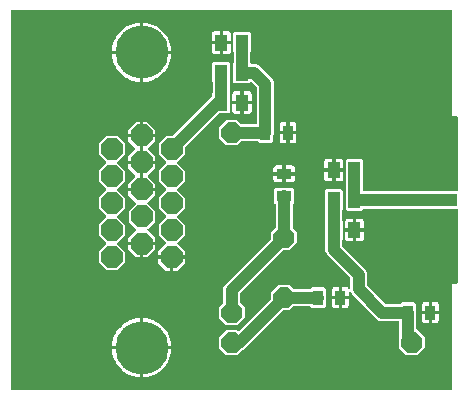
<source format=gtl>
G04 EAGLE Gerber X2 export*
%TF.Part,Single*%
%TF.FileFunction,Copper,L1,Top,Mixed*%
%TF.FilePolarity,Positive*%
%TF.GenerationSoftware,Autodesk,EAGLE,9.0.0*%
%TF.CreationDate,2018-05-04T14:31:41Z*%
G75*
%MOIN*%
%FSLAX34Y34*%
%LPD*%
%AMOC8*
5,1,8,0,0,1.08239X$1,22.5*%
G01*
%ADD10R,0.051181X0.035433*%
%ADD11R,0.035433X0.051181*%
%ADD12P,0.075767X8X292.500000*%
%ADD13P,0.075767X8X22.500000*%
%ADD14R,0.043307X0.055118*%
%ADD15P,0.076705X8X292.500000*%
%ADD16C,0.177165*%
%ADD17R,0.225000X0.041000*%
%ADD18R,0.250000X0.100000*%
%ADD19C,0.023780*%
%ADD20C,0.029685*%
%ADD21C,0.040000*%
%ADD22C,0.041000*%

G36*
X14813Y151D02*
X14813Y151D01*
X14814Y151D01*
X14818Y152D01*
X14822Y152D01*
X14822Y153D01*
X14824Y153D01*
X14827Y155D01*
X14830Y157D01*
X14831Y158D01*
X14832Y158D01*
X14834Y161D01*
X14837Y164D01*
X14837Y165D01*
X14838Y166D01*
X14839Y169D01*
X14840Y173D01*
X14841Y174D01*
X14841Y175D01*
X14841Y180D01*
X14841Y3711D01*
X15000Y3711D01*
X15003Y3711D01*
X15005Y3711D01*
X15008Y3712D01*
X15011Y3712D01*
X15013Y3713D01*
X15016Y3714D01*
X15018Y3716D01*
X15021Y3717D01*
X15023Y3719D01*
X15025Y3720D01*
X15027Y3722D01*
X15030Y3724D01*
X15031Y3726D01*
X15033Y3728D01*
X15034Y3731D01*
X15036Y3733D01*
X15036Y3736D01*
X15037Y3738D01*
X15038Y3741D01*
X15039Y3744D01*
X15039Y3747D01*
X15039Y3750D01*
X15039Y6175D01*
X15039Y6178D01*
X15039Y6180D01*
X15038Y6183D01*
X15038Y6186D01*
X15037Y6188D01*
X15036Y6191D01*
X15034Y6193D01*
X15033Y6196D01*
X15031Y6198D01*
X15030Y6200D01*
X15028Y6202D01*
X15026Y6205D01*
X15024Y6206D01*
X15022Y6208D01*
X15019Y6209D01*
X15017Y6211D01*
X15014Y6211D01*
X15012Y6212D01*
X15009Y6213D01*
X15006Y6214D01*
X15003Y6214D01*
X15000Y6214D01*
X11921Y6214D01*
X11920Y6214D01*
X11919Y6214D01*
X11915Y6213D01*
X11912Y6213D01*
X11911Y6212D01*
X11910Y6212D01*
X11906Y6210D01*
X11903Y6208D01*
X11902Y6207D01*
X11899Y6204D01*
X11897Y6201D01*
X11896Y6200D01*
X11896Y6199D01*
X11894Y6196D01*
X11893Y6192D01*
X11844Y6144D01*
X11345Y6144D01*
X11297Y6191D01*
X11297Y6809D01*
X11305Y6817D01*
X11307Y6820D01*
X11310Y6823D01*
X11310Y6824D01*
X11311Y6825D01*
X11312Y6829D01*
X11313Y6832D01*
X11313Y6833D01*
X11313Y6834D01*
X11313Y6835D01*
X11314Y6838D01*
X11314Y7162D01*
X11313Y7166D01*
X11313Y7170D01*
X11312Y7171D01*
X11312Y7172D01*
X11310Y7175D01*
X11309Y7179D01*
X11308Y7180D01*
X11307Y7181D01*
X11305Y7183D01*
X11297Y7191D01*
X11297Y7809D01*
X11345Y7856D01*
X11844Y7856D01*
X11892Y7809D01*
X11892Y7191D01*
X11884Y7183D01*
X11881Y7180D01*
X11879Y7177D01*
X11879Y7176D01*
X11878Y7175D01*
X11877Y7171D01*
X11876Y7168D01*
X11876Y7167D01*
X11875Y7166D01*
X11876Y7165D01*
X11875Y7162D01*
X11875Y6838D01*
X11876Y6834D01*
X11876Y6830D01*
X11877Y6829D01*
X11877Y6828D01*
X11879Y6825D01*
X11880Y6821D01*
X11881Y6820D01*
X11882Y6819D01*
X11884Y6817D01*
X11893Y6808D01*
X11893Y6806D01*
X11894Y6805D01*
X11894Y6804D01*
X11896Y6800D01*
X11898Y6797D01*
X11899Y6796D01*
X11902Y6793D01*
X11905Y6791D01*
X11906Y6790D01*
X11907Y6790D01*
X11910Y6788D01*
X11914Y6787D01*
X11915Y6787D01*
X11916Y6786D01*
X11921Y6786D01*
X14812Y6786D01*
X15000Y6786D01*
X15003Y6786D01*
X15005Y6786D01*
X15008Y6787D01*
X15011Y6787D01*
X15013Y6788D01*
X15016Y6789D01*
X15018Y6791D01*
X15021Y6792D01*
X15023Y6794D01*
X15025Y6795D01*
X15027Y6797D01*
X15030Y6799D01*
X15031Y6801D01*
X15033Y6803D01*
X15034Y6806D01*
X15036Y6808D01*
X15036Y6811D01*
X15037Y6813D01*
X15038Y6816D01*
X15039Y6819D01*
X15039Y6822D01*
X15039Y6825D01*
X15039Y9250D01*
X15039Y9253D01*
X15039Y9255D01*
X15038Y9258D01*
X15038Y9261D01*
X15037Y9263D01*
X15036Y9266D01*
X15034Y9268D01*
X15033Y9271D01*
X15031Y9273D01*
X15030Y9275D01*
X15028Y9277D01*
X15026Y9280D01*
X15024Y9281D01*
X15022Y9283D01*
X15019Y9284D01*
X15017Y9286D01*
X15014Y9286D01*
X15012Y9287D01*
X15009Y9288D01*
X15006Y9289D01*
X15003Y9289D01*
X15000Y9289D01*
X14841Y9289D01*
X14841Y12815D01*
X14841Y12816D01*
X14841Y12817D01*
X14840Y12821D01*
X14840Y12825D01*
X14839Y12825D01*
X14839Y12826D01*
X14837Y12830D01*
X14835Y12833D01*
X14835Y12834D01*
X14834Y12835D01*
X14831Y12837D01*
X14828Y12839D01*
X14827Y12840D01*
X14826Y12841D01*
X14823Y12842D01*
X14820Y12843D01*
X14819Y12843D01*
X14818Y12844D01*
X14812Y12844D01*
X180Y12844D01*
X179Y12844D01*
X178Y12844D01*
X174Y12843D01*
X171Y12843D01*
X170Y12842D01*
X169Y12842D01*
X165Y12840D01*
X162Y12838D01*
X161Y12837D01*
X158Y12834D01*
X156Y12831D01*
X155Y12830D01*
X155Y12829D01*
X153Y12826D01*
X152Y12823D01*
X152Y12821D01*
X151Y12820D01*
X151Y12815D01*
X151Y180D01*
X151Y179D01*
X151Y178D01*
X152Y174D01*
X152Y171D01*
X153Y170D01*
X153Y169D01*
X155Y165D01*
X157Y162D01*
X158Y161D01*
X161Y158D01*
X164Y156D01*
X165Y155D01*
X166Y155D01*
X169Y153D01*
X173Y152D01*
X174Y152D01*
X175Y151D01*
X180Y151D01*
X14812Y151D01*
X14813Y151D01*
G37*
%LPC*%
G36*
X5499Y4598D02*
X5499Y4598D01*
X5499Y4628D01*
X5499Y4629D01*
X5499Y4631D01*
X5498Y4634D01*
X5498Y4638D01*
X5497Y4639D01*
X5497Y4640D01*
X5495Y4643D01*
X5493Y4646D01*
X5492Y4647D01*
X5492Y4648D01*
X5489Y4650D01*
X5486Y4653D01*
X5485Y4653D01*
X5484Y4654D01*
X5481Y4655D01*
X5477Y4657D01*
X5476Y4657D01*
X5475Y4657D01*
X5470Y4658D01*
X5045Y4658D01*
X5045Y4787D01*
X5301Y5043D01*
X5301Y5044D01*
X5302Y5044D01*
X5304Y5047D01*
X5306Y5050D01*
X5307Y5051D01*
X5307Y5052D01*
X5308Y5056D01*
X5309Y5060D01*
X5309Y5061D01*
X5309Y5062D01*
X5309Y5065D01*
X5309Y5069D01*
X5308Y5070D01*
X5308Y5071D01*
X5307Y5075D01*
X5305Y5078D01*
X5305Y5079D01*
X5304Y5080D01*
X5301Y5084D01*
X5065Y5320D01*
X5065Y5680D01*
X5315Y5930D01*
X5315Y5931D01*
X5316Y5932D01*
X5318Y5935D01*
X5320Y5938D01*
X5321Y5939D01*
X5321Y5940D01*
X5322Y5943D01*
X5323Y5947D01*
X5323Y5948D01*
X5323Y5949D01*
X5323Y5953D01*
X5323Y5957D01*
X5322Y5958D01*
X5322Y5959D01*
X5321Y5962D01*
X5319Y5966D01*
X5318Y5967D01*
X5315Y5971D01*
X5065Y6221D01*
X5065Y6582D01*
X5315Y6832D01*
X5315Y6833D01*
X5316Y6833D01*
X5318Y6836D01*
X5320Y6839D01*
X5321Y6840D01*
X5321Y6841D01*
X5322Y6845D01*
X5323Y6849D01*
X5323Y6850D01*
X5323Y6851D01*
X5323Y6854D01*
X5323Y6858D01*
X5322Y6859D01*
X5322Y6860D01*
X5321Y6864D01*
X5319Y6867D01*
X5319Y6868D01*
X5318Y6869D01*
X5315Y6873D01*
X5065Y7123D01*
X5065Y7483D01*
X5315Y7733D01*
X5315Y7734D01*
X5316Y7735D01*
X5318Y7738D01*
X5320Y7741D01*
X5321Y7742D01*
X5321Y7743D01*
X5322Y7747D01*
X5323Y7750D01*
X5323Y7751D01*
X5323Y7752D01*
X5323Y7756D01*
X5323Y7760D01*
X5322Y7761D01*
X5322Y7762D01*
X5321Y7765D01*
X5319Y7769D01*
X5319Y7770D01*
X5318Y7770D01*
X5315Y7775D01*
X5065Y8025D01*
X5065Y8385D01*
X5320Y8640D01*
X5526Y8640D01*
X5530Y8640D01*
X5534Y8641D01*
X5535Y8641D01*
X5539Y8643D01*
X5542Y8645D01*
X5543Y8646D01*
X5544Y8646D01*
X5544Y8647D01*
X5547Y8648D01*
X6850Y9951D01*
X6852Y9955D01*
X6854Y9958D01*
X6855Y9959D01*
X6856Y9963D01*
X6858Y9967D01*
X6858Y9968D01*
X6858Y9969D01*
X6858Y9972D01*
X6858Y10059D01*
X6866Y10067D01*
X6869Y10070D01*
X6871Y10073D01*
X6871Y10074D01*
X6872Y10075D01*
X6873Y10079D01*
X6874Y10082D01*
X6874Y10083D01*
X6875Y10084D01*
X6874Y10085D01*
X6875Y10088D01*
X6875Y10412D01*
X6874Y10416D01*
X6874Y10420D01*
X6873Y10421D01*
X6873Y10422D01*
X6871Y10425D01*
X6870Y10429D01*
X6869Y10430D01*
X6868Y10431D01*
X6866Y10433D01*
X6858Y10441D01*
X6858Y11059D01*
X6906Y11106D01*
X7405Y11106D01*
X7453Y11059D01*
X7453Y10441D01*
X7445Y10433D01*
X7443Y10430D01*
X7440Y10427D01*
X7440Y10426D01*
X7439Y10425D01*
X7438Y10421D01*
X7437Y10418D01*
X7437Y10417D01*
X7437Y10416D01*
X7437Y10415D01*
X7436Y10412D01*
X7436Y10088D01*
X7437Y10084D01*
X7437Y10080D01*
X7438Y10079D01*
X7438Y10078D01*
X7440Y10075D01*
X7441Y10071D01*
X7442Y10070D01*
X7443Y10069D01*
X7445Y10067D01*
X7453Y10059D01*
X7453Y9441D01*
X7405Y9394D01*
X7098Y9394D01*
X7094Y9393D01*
X7090Y9393D01*
X7089Y9392D01*
X7085Y9390D01*
X7082Y9389D01*
X7081Y9388D01*
X7080Y9388D01*
X7080Y9387D01*
X7077Y9385D01*
X5944Y8251D01*
X5941Y8248D01*
X5939Y8245D01*
X5939Y8244D01*
X5938Y8244D01*
X5937Y8240D01*
X5936Y8236D01*
X5935Y8235D01*
X5935Y8234D01*
X5935Y8231D01*
X5935Y8025D01*
X5685Y7775D01*
X5685Y7774D01*
X5684Y7773D01*
X5682Y7770D01*
X5680Y7767D01*
X5679Y7766D01*
X5679Y7765D01*
X5678Y7761D01*
X5677Y7758D01*
X5677Y7757D01*
X5677Y7756D01*
X5677Y7752D01*
X5677Y7748D01*
X5678Y7747D01*
X5678Y7746D01*
X5679Y7743D01*
X5681Y7739D01*
X5681Y7738D01*
X5682Y7737D01*
X5685Y7733D01*
X5935Y7483D01*
X5935Y7123D01*
X5685Y6873D01*
X5685Y6872D01*
X5684Y6872D01*
X5682Y6868D01*
X5680Y6865D01*
X5679Y6864D01*
X5679Y6863D01*
X5678Y6860D01*
X5677Y6856D01*
X5677Y6855D01*
X5677Y6854D01*
X5677Y6850D01*
X5677Y6847D01*
X5678Y6846D01*
X5678Y6845D01*
X5679Y6841D01*
X5681Y6838D01*
X5681Y6837D01*
X5682Y6836D01*
X5685Y6832D01*
X5935Y6582D01*
X5935Y6221D01*
X5685Y5971D01*
X5684Y5970D01*
X5682Y5967D01*
X5680Y5964D01*
X5679Y5963D01*
X5679Y5962D01*
X5678Y5958D01*
X5677Y5955D01*
X5677Y5953D01*
X5677Y5952D01*
X5677Y5949D01*
X5677Y5945D01*
X5678Y5944D01*
X5678Y5943D01*
X5679Y5940D01*
X5681Y5936D01*
X5681Y5935D01*
X5682Y5934D01*
X5685Y5930D01*
X5935Y5680D01*
X5935Y5320D01*
X5699Y5084D01*
X5699Y5083D01*
X5698Y5083D01*
X5696Y5079D01*
X5694Y5076D01*
X5693Y5075D01*
X5693Y5074D01*
X5692Y5071D01*
X5691Y5067D01*
X5691Y5066D01*
X5691Y5065D01*
X5691Y5061D01*
X5691Y5058D01*
X5692Y5057D01*
X5692Y5055D01*
X5693Y5052D01*
X5695Y5049D01*
X5695Y5048D01*
X5696Y5047D01*
X5699Y5043D01*
X5955Y4787D01*
X5955Y4658D01*
X5530Y4658D01*
X5529Y4658D01*
X5528Y4658D01*
X5524Y4657D01*
X5521Y4656D01*
X5520Y4656D01*
X5519Y4655D01*
X5515Y4653D01*
X5512Y4652D01*
X5511Y4651D01*
X5511Y4650D01*
X5508Y4647D01*
X5506Y4645D01*
X5505Y4644D01*
X5505Y4643D01*
X5503Y4639D01*
X5502Y4636D01*
X5502Y4635D01*
X5501Y4634D01*
X5501Y4628D01*
X5501Y4598D01*
X5499Y4598D01*
G37*
%LPD*%
%LPC*%
G36*
X13322Y1319D02*
X13322Y1319D01*
X13069Y1572D01*
X13069Y1928D01*
X13087Y1946D01*
X13089Y1949D01*
X13091Y1952D01*
X13092Y1953D01*
X13092Y1954D01*
X13093Y1957D01*
X13095Y1961D01*
X13095Y1962D01*
X13095Y1963D01*
X13095Y1964D01*
X13095Y1967D01*
X13095Y2440D01*
X13095Y2441D01*
X13095Y2442D01*
X13094Y2446D01*
X13094Y2449D01*
X13093Y2450D01*
X13093Y2451D01*
X13091Y2455D01*
X13089Y2458D01*
X13088Y2459D01*
X13085Y2462D01*
X13082Y2464D01*
X13081Y2465D01*
X13080Y2465D01*
X13077Y2467D01*
X13073Y2468D01*
X13072Y2468D01*
X13071Y2469D01*
X13066Y2469D01*
X12451Y2469D01*
X12348Y2512D01*
X11502Y3358D01*
X11458Y3464D01*
X11456Y3467D01*
X11454Y3471D01*
X11453Y3472D01*
X11450Y3475D01*
X11447Y3477D01*
X11446Y3478D01*
X11442Y3480D01*
X11439Y3481D01*
X11438Y3481D01*
X11437Y3482D01*
X11433Y3482D01*
X11429Y3482D01*
X11428Y3482D01*
X11427Y3482D01*
X11424Y3481D01*
X11420Y3480D01*
X11419Y3479D01*
X11418Y3479D01*
X11415Y3477D01*
X11412Y3475D01*
X11411Y3474D01*
X11410Y3473D01*
X11408Y3470D01*
X11406Y3467D01*
X11405Y3466D01*
X11404Y3462D01*
X11402Y3458D01*
X11402Y3457D01*
X11402Y3456D01*
X11402Y3455D01*
X11402Y3453D01*
X11402Y3309D01*
X11183Y3309D01*
X11183Y3607D01*
X11314Y3607D01*
X11340Y3600D01*
X11363Y3587D01*
X11382Y3568D01*
X11395Y3545D01*
X11402Y3520D01*
X11402Y3519D01*
X11402Y3518D01*
X11404Y3515D01*
X11406Y3511D01*
X11406Y3510D01*
X11407Y3510D01*
X11410Y3507D01*
X11412Y3504D01*
X11413Y3504D01*
X11414Y3503D01*
X11417Y3501D01*
X11421Y3500D01*
X11422Y3500D01*
X11423Y3499D01*
X11426Y3499D01*
X11430Y3498D01*
X11431Y3498D01*
X11432Y3498D01*
X11436Y3499D01*
X11440Y3500D01*
X11441Y3500D01*
X11445Y3503D01*
X11448Y3504D01*
X11449Y3505D01*
X11449Y3506D01*
X11452Y3509D01*
X11454Y3511D01*
X11455Y3512D01*
X11455Y3513D01*
X11457Y3517D01*
X11458Y3520D01*
X11458Y3521D01*
X11459Y3522D01*
X11459Y3527D01*
X11459Y3882D01*
X11459Y3886D01*
X11458Y3889D01*
X11458Y3890D01*
X11458Y3891D01*
X11456Y3895D01*
X11454Y3898D01*
X11453Y3899D01*
X11453Y3900D01*
X11451Y3902D01*
X10668Y4685D01*
X10625Y4789D01*
X10625Y5162D01*
X10624Y5166D01*
X10624Y5170D01*
X10623Y5171D01*
X10623Y5172D01*
X10621Y5175D01*
X10620Y5179D01*
X10619Y5180D01*
X10618Y5181D01*
X10616Y5183D01*
X10608Y5191D01*
X10608Y5809D01*
X10616Y5817D01*
X10619Y5820D01*
X10621Y5823D01*
X10621Y5824D01*
X10622Y5825D01*
X10623Y5829D01*
X10624Y5832D01*
X10624Y5833D01*
X10625Y5834D01*
X10624Y5835D01*
X10625Y5838D01*
X10625Y6162D01*
X10624Y6166D01*
X10624Y6170D01*
X10623Y6171D01*
X10623Y6172D01*
X10621Y6175D01*
X10620Y6179D01*
X10619Y6180D01*
X10618Y6181D01*
X10616Y6183D01*
X10608Y6191D01*
X10608Y6809D01*
X10656Y6856D01*
X11155Y6856D01*
X11203Y6809D01*
X11203Y6191D01*
X11195Y6183D01*
X11193Y6180D01*
X11190Y6177D01*
X11190Y6176D01*
X11189Y6175D01*
X11188Y6171D01*
X11187Y6168D01*
X11187Y6167D01*
X11187Y6166D01*
X11187Y6165D01*
X11186Y6162D01*
X11186Y5838D01*
X11187Y5834D01*
X11187Y5830D01*
X11188Y5829D01*
X11188Y5828D01*
X11190Y5825D01*
X11191Y5821D01*
X11192Y5820D01*
X11193Y5819D01*
X11195Y5817D01*
X11203Y5809D01*
X11203Y5191D01*
X11195Y5183D01*
X11193Y5180D01*
X11190Y5177D01*
X11190Y5176D01*
X11189Y5175D01*
X11188Y5171D01*
X11187Y5168D01*
X11187Y5167D01*
X11187Y5166D01*
X11187Y5165D01*
X11186Y5162D01*
X11186Y4973D01*
X11187Y4969D01*
X11187Y4965D01*
X11188Y4964D01*
X11188Y4963D01*
X11190Y4960D01*
X11191Y4956D01*
X11192Y4956D01*
X11192Y4955D01*
X11193Y4954D01*
X11195Y4952D01*
X11978Y4169D01*
X12021Y4066D01*
X12021Y3646D01*
X12021Y3642D01*
X12022Y3638D01*
X12022Y3637D01*
X12022Y3636D01*
X12024Y3633D01*
X12026Y3629D01*
X12027Y3628D01*
X12027Y3627D01*
X12029Y3625D01*
X12615Y3039D01*
X12618Y3037D01*
X12621Y3035D01*
X12622Y3034D01*
X12623Y3034D01*
X12627Y3033D01*
X12630Y3031D01*
X12631Y3031D01*
X12632Y3031D01*
X12633Y3031D01*
X12636Y3031D01*
X13097Y3031D01*
X13101Y3031D01*
X13105Y3032D01*
X13106Y3032D01*
X13107Y3032D01*
X13110Y3034D01*
X13114Y3036D01*
X13115Y3037D01*
X13116Y3037D01*
X13118Y3039D01*
X13165Y3087D01*
X13587Y3087D01*
X13634Y3039D01*
X13634Y2867D01*
X13634Y2864D01*
X13635Y2861D01*
X13635Y2858D01*
X13635Y2857D01*
X13636Y2857D01*
X13636Y2856D01*
X13657Y2806D01*
X13657Y2210D01*
X13657Y2209D01*
X13657Y2208D01*
X13658Y2204D01*
X13658Y2201D01*
X13659Y2200D01*
X13659Y2199D01*
X13661Y2195D01*
X13663Y2192D01*
X13664Y2191D01*
X13667Y2188D01*
X13670Y2186D01*
X13671Y2185D01*
X13672Y2185D01*
X13675Y2183D01*
X13677Y2183D01*
X13931Y1928D01*
X13931Y1572D01*
X13678Y1319D01*
X13322Y1319D01*
G37*
%LPD*%
%LPC*%
G36*
X7322Y2319D02*
X7322Y2319D01*
X7069Y2572D01*
X7069Y2928D01*
X7211Y3070D01*
X7213Y3073D01*
X7215Y3076D01*
X7216Y3077D01*
X7216Y3078D01*
X7217Y3081D01*
X7219Y3085D01*
X7219Y3086D01*
X7219Y3087D01*
X7219Y3088D01*
X7219Y3091D01*
X7219Y3556D01*
X7262Y3659D01*
X8811Y5208D01*
X8813Y5211D01*
X8815Y5214D01*
X8816Y5215D01*
X8816Y5216D01*
X8817Y5219D01*
X8819Y5223D01*
X8819Y5224D01*
X8819Y5225D01*
X8819Y5228D01*
X8819Y5428D01*
X8961Y5570D01*
X8963Y5573D01*
X8965Y5576D01*
X8966Y5577D01*
X8966Y5578D01*
X8967Y5581D01*
X8968Y5583D01*
X8968Y5584D01*
X8969Y5585D01*
X8969Y5586D01*
X8969Y5587D01*
X8969Y5588D01*
X8969Y5591D01*
X8969Y6347D01*
X8969Y6351D01*
X8968Y6355D01*
X8968Y6356D01*
X8968Y6357D01*
X8966Y6360D01*
X8964Y6364D01*
X8963Y6365D01*
X8963Y6366D01*
X8961Y6368D01*
X8913Y6415D01*
X8913Y6837D01*
X8961Y6884D01*
X9133Y6884D01*
X9136Y6884D01*
X9139Y6885D01*
X9142Y6885D01*
X9143Y6885D01*
X9143Y6886D01*
X9144Y6886D01*
X9194Y6907D01*
X9306Y6907D01*
X9356Y6886D01*
X9359Y6885D01*
X9361Y6884D01*
X9364Y6884D01*
X9365Y6884D01*
X9366Y6884D01*
X9367Y6884D01*
X9539Y6884D01*
X9587Y6837D01*
X9587Y6415D01*
X9539Y6368D01*
X9537Y6365D01*
X9535Y6362D01*
X9534Y6361D01*
X9534Y6360D01*
X9533Y6356D01*
X9531Y6353D01*
X9531Y6352D01*
X9531Y6351D01*
X9531Y6350D01*
X9531Y6347D01*
X9531Y5591D01*
X9531Y5590D01*
X9531Y5589D01*
X9531Y5587D01*
X9532Y5583D01*
X9532Y5582D01*
X9532Y5581D01*
X9534Y5578D01*
X9536Y5574D01*
X9537Y5573D01*
X9537Y5572D01*
X9539Y5570D01*
X9681Y5428D01*
X9681Y5072D01*
X9428Y4819D01*
X9228Y4819D01*
X9224Y4819D01*
X9221Y4818D01*
X9220Y4818D01*
X9219Y4818D01*
X9215Y4816D01*
X9212Y4814D01*
X9211Y4813D01*
X9210Y4813D01*
X9208Y4811D01*
X7789Y3392D01*
X7787Y3389D01*
X7785Y3386D01*
X7784Y3385D01*
X7784Y3384D01*
X7783Y3381D01*
X7781Y3377D01*
X7781Y3376D01*
X7781Y3375D01*
X7781Y3372D01*
X7781Y3091D01*
X7781Y3087D01*
X7782Y3083D01*
X7782Y3082D01*
X7782Y3081D01*
X7784Y3078D01*
X7786Y3074D01*
X7787Y3073D01*
X7787Y3072D01*
X7789Y3070D01*
X7931Y2928D01*
X7931Y2572D01*
X7678Y2319D01*
X7322Y2319D01*
G37*
%LPD*%
%LPC*%
G36*
X7322Y8319D02*
X7322Y8319D01*
X7069Y8572D01*
X7069Y8928D01*
X7322Y9181D01*
X7678Y9181D01*
X7820Y9039D01*
X7823Y9037D01*
X7826Y9035D01*
X7827Y9034D01*
X7828Y9034D01*
X7831Y9033D01*
X7835Y9031D01*
X7836Y9031D01*
X7837Y9031D01*
X7838Y9031D01*
X7841Y9031D01*
X8316Y9031D01*
X8317Y9031D01*
X8318Y9031D01*
X8322Y9032D01*
X8325Y9032D01*
X8326Y9033D01*
X8327Y9033D01*
X8331Y9035D01*
X8334Y9037D01*
X8335Y9038D01*
X8338Y9041D01*
X8340Y9044D01*
X8341Y9045D01*
X8341Y9046D01*
X8343Y9049D01*
X8344Y9053D01*
X8344Y9054D01*
X8345Y9055D01*
X8345Y9060D01*
X8345Y10246D01*
X8345Y10250D01*
X8344Y10253D01*
X8344Y10254D01*
X8344Y10255D01*
X8342Y10259D01*
X8340Y10262D01*
X8339Y10263D01*
X8339Y10264D01*
X8337Y10266D01*
X8173Y10430D01*
X8172Y10431D01*
X8171Y10432D01*
X8168Y10434D01*
X8165Y10436D01*
X8164Y10436D01*
X8163Y10437D01*
X8159Y10438D01*
X8156Y10439D01*
X8155Y10439D01*
X8154Y10439D01*
X8150Y10439D01*
X8146Y10438D01*
X8145Y10438D01*
X8144Y10438D01*
X8141Y10436D01*
X8137Y10435D01*
X8136Y10434D01*
X8135Y10434D01*
X8131Y10430D01*
X8094Y10394D01*
X7595Y10394D01*
X7547Y10441D01*
X7547Y11059D01*
X7555Y11067D01*
X7557Y11070D01*
X7560Y11073D01*
X7560Y11074D01*
X7561Y11075D01*
X7562Y11079D01*
X7563Y11082D01*
X7563Y11083D01*
X7563Y11084D01*
X7563Y11085D01*
X7564Y11088D01*
X7564Y11412D01*
X7564Y11413D01*
X7564Y11414D01*
X7563Y11416D01*
X7563Y11420D01*
X7562Y11421D01*
X7562Y11422D01*
X7561Y11423D01*
X7561Y11424D01*
X7560Y11425D01*
X7559Y11429D01*
X7558Y11430D01*
X7557Y11431D01*
X7555Y11433D01*
X7547Y11441D01*
X7547Y12059D01*
X7595Y12106D01*
X8094Y12106D01*
X8142Y12059D01*
X8142Y11441D01*
X8134Y11433D01*
X8131Y11430D01*
X8129Y11427D01*
X8129Y11426D01*
X8128Y11425D01*
X8127Y11421D01*
X8127Y11420D01*
X8126Y11419D01*
X8126Y11418D01*
X8126Y11417D01*
X8125Y11416D01*
X8126Y11415D01*
X8125Y11412D01*
X8125Y11088D01*
X8126Y11084D01*
X8126Y11080D01*
X8127Y11079D01*
X8127Y11078D01*
X8129Y11075D01*
X8130Y11071D01*
X8131Y11070D01*
X8132Y11069D01*
X8134Y11067D01*
X8142Y11059D01*
X8142Y11058D01*
X8143Y11054D01*
X8143Y11051D01*
X8144Y11050D01*
X8144Y11049D01*
X8146Y11045D01*
X8148Y11042D01*
X8149Y11041D01*
X8152Y11038D01*
X8155Y11036D01*
X8156Y11035D01*
X8157Y11035D01*
X8160Y11033D01*
X8164Y11032D01*
X8165Y11032D01*
X8166Y11031D01*
X8171Y11031D01*
X8306Y11031D01*
X8409Y10988D01*
X8864Y10533D01*
X8907Y10430D01*
X8907Y8694D01*
X8886Y8644D01*
X8886Y8642D01*
X8885Y8641D01*
X8885Y8640D01*
X8884Y8639D01*
X8884Y8636D01*
X8884Y8635D01*
X8884Y8634D01*
X8884Y8633D01*
X8884Y8461D01*
X8837Y8413D01*
X8415Y8413D01*
X8368Y8461D01*
X8365Y8463D01*
X8362Y8465D01*
X8361Y8466D01*
X8360Y8466D01*
X8356Y8467D01*
X8353Y8469D01*
X8352Y8469D01*
X8351Y8469D01*
X8350Y8469D01*
X8347Y8469D01*
X7841Y8469D01*
X7837Y8469D01*
X7833Y8468D01*
X7832Y8468D01*
X7831Y8468D01*
X7828Y8466D01*
X7824Y8464D01*
X7823Y8463D01*
X7822Y8463D01*
X7820Y8461D01*
X7678Y8319D01*
X7322Y8319D01*
G37*
%LPD*%
%LPC*%
G36*
X3320Y4163D02*
X3320Y4163D01*
X3065Y4418D01*
X3065Y4779D01*
X3315Y5029D01*
X3316Y5030D01*
X3318Y5033D01*
X3320Y5036D01*
X3321Y5037D01*
X3321Y5038D01*
X3322Y5042D01*
X3323Y5045D01*
X3323Y5047D01*
X3323Y5048D01*
X3323Y5051D01*
X3323Y5055D01*
X3322Y5056D01*
X3322Y5057D01*
X3321Y5060D01*
X3319Y5064D01*
X3319Y5065D01*
X3318Y5066D01*
X3315Y5070D01*
X3065Y5320D01*
X3065Y5680D01*
X3315Y5930D01*
X3315Y5931D01*
X3316Y5932D01*
X3318Y5935D01*
X3320Y5938D01*
X3321Y5939D01*
X3321Y5940D01*
X3322Y5943D01*
X3323Y5947D01*
X3323Y5948D01*
X3323Y5949D01*
X3323Y5953D01*
X3323Y5957D01*
X3322Y5958D01*
X3322Y5959D01*
X3321Y5962D01*
X3319Y5966D01*
X3318Y5967D01*
X3315Y5971D01*
X3065Y6221D01*
X3065Y6582D01*
X3315Y6832D01*
X3315Y6833D01*
X3316Y6833D01*
X3318Y6836D01*
X3320Y6839D01*
X3321Y6840D01*
X3321Y6841D01*
X3322Y6845D01*
X3323Y6849D01*
X3323Y6850D01*
X3323Y6851D01*
X3323Y6854D01*
X3323Y6858D01*
X3322Y6859D01*
X3322Y6860D01*
X3321Y6864D01*
X3319Y6867D01*
X3319Y6868D01*
X3318Y6869D01*
X3315Y6873D01*
X3065Y7123D01*
X3065Y7483D01*
X3315Y7733D01*
X3315Y7734D01*
X3316Y7735D01*
X3318Y7738D01*
X3320Y7741D01*
X3321Y7742D01*
X3321Y7743D01*
X3322Y7747D01*
X3323Y7750D01*
X3323Y7751D01*
X3323Y7752D01*
X3323Y7756D01*
X3323Y7760D01*
X3322Y7761D01*
X3322Y7762D01*
X3321Y7765D01*
X3319Y7769D01*
X3319Y7770D01*
X3318Y7770D01*
X3315Y7775D01*
X3065Y8025D01*
X3065Y8385D01*
X3320Y8640D01*
X3680Y8640D01*
X3935Y8385D01*
X3935Y8025D01*
X3685Y7775D01*
X3685Y7774D01*
X3684Y7773D01*
X3682Y7770D01*
X3680Y7767D01*
X3679Y7766D01*
X3679Y7765D01*
X3678Y7761D01*
X3677Y7758D01*
X3677Y7757D01*
X3677Y7756D01*
X3677Y7752D01*
X3677Y7748D01*
X3678Y7747D01*
X3678Y7746D01*
X3679Y7743D01*
X3681Y7739D01*
X3681Y7738D01*
X3682Y7737D01*
X3685Y7733D01*
X3935Y7483D01*
X3935Y7123D01*
X3685Y6873D01*
X3685Y6872D01*
X3684Y6872D01*
X3682Y6868D01*
X3680Y6865D01*
X3679Y6864D01*
X3679Y6863D01*
X3678Y6860D01*
X3677Y6856D01*
X3677Y6855D01*
X3677Y6854D01*
X3677Y6850D01*
X3677Y6847D01*
X3678Y6846D01*
X3678Y6845D01*
X3679Y6841D01*
X3681Y6838D01*
X3681Y6837D01*
X3682Y6836D01*
X3685Y6832D01*
X3935Y6582D01*
X3935Y6221D01*
X3685Y5971D01*
X3684Y5970D01*
X3682Y5967D01*
X3680Y5964D01*
X3679Y5963D01*
X3679Y5962D01*
X3678Y5958D01*
X3677Y5955D01*
X3677Y5953D01*
X3677Y5952D01*
X3677Y5949D01*
X3677Y5945D01*
X3678Y5944D01*
X3678Y5943D01*
X3679Y5940D01*
X3681Y5936D01*
X3681Y5935D01*
X3682Y5934D01*
X3685Y5930D01*
X3935Y5680D01*
X3935Y5320D01*
X3685Y5070D01*
X3685Y5069D01*
X3684Y5068D01*
X3682Y5065D01*
X3680Y5062D01*
X3679Y5061D01*
X3679Y5060D01*
X3678Y5057D01*
X3677Y5053D01*
X3677Y5052D01*
X3677Y5051D01*
X3677Y5047D01*
X3677Y5043D01*
X3678Y5042D01*
X3678Y5041D01*
X3679Y5038D01*
X3681Y5034D01*
X3682Y5033D01*
X3685Y5029D01*
X3935Y4779D01*
X3935Y4418D01*
X3680Y4163D01*
X3320Y4163D01*
G37*
%LPD*%
%LPC*%
G36*
X7322Y1319D02*
X7322Y1319D01*
X7069Y1572D01*
X7069Y1928D01*
X7322Y2181D01*
X7678Y2181D01*
X7710Y2149D01*
X7711Y2148D01*
X7712Y2147D01*
X7715Y2145D01*
X7718Y2143D01*
X7719Y2143D01*
X7720Y2142D01*
X7724Y2142D01*
X7727Y2140D01*
X7728Y2140D01*
X7729Y2140D01*
X7733Y2141D01*
X7737Y2141D01*
X7738Y2141D01*
X7739Y2141D01*
X7742Y2143D01*
X7746Y2144D01*
X7747Y2145D01*
X7748Y2145D01*
X7752Y2149D01*
X8811Y3208D01*
X8813Y3211D01*
X8815Y3214D01*
X8816Y3215D01*
X8816Y3216D01*
X8817Y3219D01*
X8819Y3223D01*
X8819Y3224D01*
X8819Y3225D01*
X8819Y3228D01*
X8819Y3428D01*
X9072Y3681D01*
X9428Y3681D01*
X9570Y3539D01*
X9573Y3537D01*
X9576Y3535D01*
X9577Y3534D01*
X9578Y3534D01*
X9581Y3533D01*
X9585Y3531D01*
X9586Y3531D01*
X9587Y3531D01*
X9588Y3531D01*
X9591Y3531D01*
X10097Y3531D01*
X10101Y3531D01*
X10105Y3532D01*
X10106Y3532D01*
X10107Y3532D01*
X10110Y3534D01*
X10114Y3536D01*
X10115Y3537D01*
X10116Y3537D01*
X10118Y3539D01*
X10165Y3587D01*
X10587Y3587D01*
X10634Y3539D01*
X10634Y3367D01*
X10634Y3366D01*
X10634Y3364D01*
X10635Y3361D01*
X10635Y3358D01*
X10635Y3357D01*
X10636Y3357D01*
X10636Y3356D01*
X10657Y3306D01*
X10657Y3194D01*
X10636Y3144D01*
X10636Y3143D01*
X10635Y3142D01*
X10635Y3141D01*
X10634Y3139D01*
X10634Y3136D01*
X10634Y3135D01*
X10634Y3134D01*
X10634Y3133D01*
X10634Y2961D01*
X10587Y2913D01*
X10165Y2913D01*
X10118Y2961D01*
X10115Y2963D01*
X10112Y2965D01*
X10111Y2966D01*
X10110Y2966D01*
X10106Y2967D01*
X10103Y2969D01*
X10102Y2969D01*
X10101Y2969D01*
X10100Y2969D01*
X10097Y2969D01*
X9591Y2969D01*
X9587Y2969D01*
X9583Y2968D01*
X9582Y2968D01*
X9581Y2968D01*
X9578Y2966D01*
X9574Y2964D01*
X9573Y2963D01*
X9572Y2963D01*
X9570Y2961D01*
X9428Y2819D01*
X9228Y2819D01*
X9224Y2819D01*
X9221Y2818D01*
X9220Y2818D01*
X9219Y2818D01*
X9215Y2816D01*
X9212Y2814D01*
X9211Y2813D01*
X9210Y2813D01*
X9208Y2811D01*
X7992Y1595D01*
X7909Y1512D01*
X7850Y1487D01*
X7847Y1486D01*
X7844Y1485D01*
X7842Y1483D01*
X7842Y1482D01*
X7841Y1482D01*
X7840Y1481D01*
X7678Y1319D01*
X7322Y1319D01*
G37*
%LPD*%
%LPC*%
G36*
X4499Y5048D02*
X4499Y5048D01*
X4499Y5079D01*
X4499Y5080D01*
X4499Y5081D01*
X4498Y5085D01*
X4498Y5089D01*
X4497Y5090D01*
X4497Y5091D01*
X4495Y5094D01*
X4493Y5097D01*
X4492Y5098D01*
X4492Y5099D01*
X4489Y5101D01*
X4486Y5104D01*
X4485Y5104D01*
X4484Y5105D01*
X4481Y5106D01*
X4477Y5108D01*
X4476Y5108D01*
X4475Y5108D01*
X4470Y5108D01*
X4045Y5108D01*
X4045Y5238D01*
X4301Y5493D01*
X4301Y5494D01*
X4302Y5495D01*
X4304Y5498D01*
X4306Y5501D01*
X4307Y5502D01*
X4307Y5503D01*
X4308Y5507D01*
X4309Y5510D01*
X4309Y5511D01*
X4309Y5512D01*
X4309Y5516D01*
X4309Y5520D01*
X4308Y5521D01*
X4308Y5522D01*
X4307Y5525D01*
X4305Y5529D01*
X4305Y5530D01*
X4304Y5531D01*
X4301Y5535D01*
X4065Y5771D01*
X4065Y6131D01*
X4301Y6367D01*
X4301Y6368D01*
X4302Y6368D01*
X4304Y6371D01*
X4306Y6375D01*
X4307Y6376D01*
X4308Y6380D01*
X4309Y6384D01*
X4309Y6385D01*
X4309Y6386D01*
X4309Y6389D01*
X4309Y6393D01*
X4308Y6394D01*
X4308Y6395D01*
X4307Y6399D01*
X4305Y6402D01*
X4305Y6403D01*
X4304Y6404D01*
X4301Y6408D01*
X4045Y6664D01*
X4045Y6793D01*
X4470Y6793D01*
X4471Y6793D01*
X4472Y6793D01*
X4476Y6794D01*
X4479Y6795D01*
X4480Y6795D01*
X4481Y6795D01*
X4485Y6797D01*
X4488Y6799D01*
X4489Y6800D01*
X4489Y6801D01*
X4492Y6803D01*
X4494Y6806D01*
X4495Y6807D01*
X4495Y6808D01*
X4497Y6812D01*
X4498Y6815D01*
X4498Y6816D01*
X4499Y6817D01*
X4499Y6822D01*
X4499Y6853D01*
X4501Y6853D01*
X4501Y6822D01*
X4501Y6821D01*
X4501Y6820D01*
X4502Y6817D01*
X4502Y6813D01*
X4503Y6812D01*
X4503Y6811D01*
X4505Y6808D01*
X4507Y6804D01*
X4508Y6804D01*
X4508Y6803D01*
X4511Y6801D01*
X4514Y6798D01*
X4515Y6798D01*
X4516Y6797D01*
X4519Y6796D01*
X4523Y6794D01*
X4524Y6794D01*
X4525Y6794D01*
X4530Y6793D01*
X4955Y6793D01*
X4955Y6664D01*
X4699Y6408D01*
X4699Y6407D01*
X4698Y6407D01*
X4696Y6403D01*
X4694Y6400D01*
X4693Y6399D01*
X4693Y6398D01*
X4692Y6395D01*
X4691Y6391D01*
X4691Y6390D01*
X4691Y6389D01*
X4691Y6385D01*
X4691Y6382D01*
X4692Y6381D01*
X4692Y6380D01*
X4693Y6376D01*
X4695Y6373D01*
X4695Y6372D01*
X4696Y6371D01*
X4699Y6367D01*
X4935Y6131D01*
X4935Y5771D01*
X4699Y5535D01*
X4699Y5534D01*
X4698Y5533D01*
X4696Y5530D01*
X4694Y5527D01*
X4693Y5526D01*
X4693Y5525D01*
X4692Y5521D01*
X4691Y5518D01*
X4691Y5517D01*
X4691Y5516D01*
X4691Y5512D01*
X4691Y5508D01*
X4692Y5507D01*
X4692Y5506D01*
X4693Y5503D01*
X4695Y5499D01*
X4696Y5498D01*
X4699Y5493D01*
X4955Y5238D01*
X4955Y5108D01*
X4530Y5108D01*
X4529Y5108D01*
X4528Y5108D01*
X4524Y5108D01*
X4521Y5107D01*
X4520Y5106D01*
X4519Y5106D01*
X4515Y5104D01*
X4512Y5102D01*
X4511Y5102D01*
X4511Y5101D01*
X4508Y5098D01*
X4506Y5095D01*
X4505Y5094D01*
X4503Y5090D01*
X4502Y5087D01*
X4502Y5086D01*
X4501Y5085D01*
X4501Y5079D01*
X4501Y5048D01*
X4499Y5048D01*
G37*
%LPD*%
%LPC*%
G36*
X3514Y11481D02*
X3514Y11481D01*
X3526Y11587D01*
X3550Y11695D01*
X3587Y11799D01*
X3635Y11899D01*
X3694Y11993D01*
X3763Y12080D01*
X3842Y12158D01*
X3928Y12227D01*
X4022Y12286D01*
X4122Y12334D01*
X4226Y12371D01*
X4334Y12395D01*
X4441Y12407D01*
X4441Y11481D01*
X3514Y11481D01*
G37*
%LPD*%
%LPC*%
G36*
X4334Y605D02*
X4334Y605D01*
X4226Y629D01*
X4122Y666D01*
X4022Y714D01*
X3928Y773D01*
X3842Y842D01*
X3763Y920D01*
X3694Y1007D01*
X3635Y1101D01*
X3587Y1201D01*
X3550Y1305D01*
X3526Y1413D01*
X3514Y1519D01*
X4441Y1519D01*
X4441Y593D01*
X4334Y605D01*
G37*
%LPD*%
%LPC*%
G36*
X4559Y1519D02*
X4559Y1519D01*
X5486Y1519D01*
X5474Y1413D01*
X5450Y1305D01*
X5413Y1201D01*
X5365Y1101D01*
X5306Y1007D01*
X5237Y920D01*
X5158Y842D01*
X5072Y773D01*
X4978Y714D01*
X4878Y666D01*
X4774Y629D01*
X4666Y605D01*
X4559Y593D01*
X4559Y1519D01*
G37*
%LPD*%
%LPC*%
G36*
X3514Y1638D02*
X3514Y1638D01*
X3526Y1744D01*
X3550Y1852D01*
X3587Y1957D01*
X3635Y2057D01*
X3694Y2151D01*
X3763Y2237D01*
X3842Y2316D01*
X3928Y2385D01*
X4022Y2444D01*
X4122Y2492D01*
X4226Y2528D01*
X4334Y2553D01*
X4441Y2565D01*
X4441Y1638D01*
X3514Y1638D01*
G37*
%LPD*%
%LPC*%
G36*
X4559Y1638D02*
X4559Y1638D01*
X4559Y2565D01*
X4666Y2553D01*
X4774Y2528D01*
X4878Y2492D01*
X4978Y2444D01*
X5072Y2385D01*
X5158Y2316D01*
X5237Y2237D01*
X5306Y2151D01*
X5365Y2057D01*
X5413Y1957D01*
X5450Y1852D01*
X5474Y1744D01*
X5486Y1638D01*
X4559Y1638D01*
G37*
%LPD*%
%LPC*%
G36*
X4559Y11481D02*
X4559Y11481D01*
X4559Y12407D01*
X4666Y12395D01*
X4774Y12371D01*
X4878Y12334D01*
X4978Y12286D01*
X5072Y12227D01*
X5158Y12158D01*
X5237Y12080D01*
X5306Y11993D01*
X5365Y11899D01*
X5413Y11799D01*
X5450Y11695D01*
X5474Y11587D01*
X5486Y11481D01*
X4559Y11481D01*
G37*
%LPD*%
%LPC*%
G36*
X4334Y10447D02*
X4334Y10447D01*
X4226Y10472D01*
X4122Y10508D01*
X4022Y10556D01*
X3928Y10615D01*
X3842Y10684D01*
X3763Y10763D01*
X3694Y10849D01*
X3635Y10943D01*
X3587Y11043D01*
X3550Y11148D01*
X3526Y11256D01*
X3514Y11362D01*
X4441Y11362D01*
X4441Y10435D01*
X4334Y10447D01*
G37*
%LPD*%
%LPC*%
G36*
X4559Y11362D02*
X4559Y11362D01*
X5486Y11362D01*
X5474Y11256D01*
X5450Y11148D01*
X5413Y11043D01*
X5365Y10943D01*
X5306Y10849D01*
X5237Y10763D01*
X5158Y10684D01*
X5072Y10615D01*
X4978Y10556D01*
X4878Y10508D01*
X4774Y10472D01*
X4666Y10447D01*
X4559Y10435D01*
X4559Y11362D01*
G37*
%LPD*%
%LPC*%
G36*
X4559Y7813D02*
X4559Y7813D01*
X4559Y8596D01*
X4955Y8596D01*
X4955Y8467D01*
X4713Y8225D01*
X4712Y8224D01*
X4710Y8221D01*
X4708Y8218D01*
X4708Y8217D01*
X4707Y8216D01*
X4706Y8212D01*
X4705Y8208D01*
X4705Y8207D01*
X4705Y8206D01*
X4705Y8203D01*
X4705Y8199D01*
X4706Y8198D01*
X4706Y8197D01*
X4708Y8193D01*
X4709Y8190D01*
X4710Y8189D01*
X4710Y8188D01*
X4713Y8184D01*
X4955Y7942D01*
X4955Y7813D01*
X4559Y7813D01*
G37*
%LPD*%
%LPC*%
G36*
X4559Y6912D02*
X4559Y6912D01*
X4559Y7695D01*
X4955Y7695D01*
X4955Y7565D01*
X4713Y7324D01*
X4713Y7323D01*
X4712Y7322D01*
X4710Y7319D01*
X4708Y7316D01*
X4708Y7315D01*
X4707Y7314D01*
X4706Y7310D01*
X4705Y7307D01*
X4705Y7306D01*
X4705Y7305D01*
X4705Y7301D01*
X4705Y7297D01*
X4706Y7296D01*
X4706Y7295D01*
X4708Y7292D01*
X4709Y7288D01*
X4710Y7288D01*
X4710Y7287D01*
X4713Y7282D01*
X4955Y7041D01*
X4955Y6912D01*
X4559Y6912D01*
G37*
%LPD*%
%LPC*%
G36*
X4045Y7813D02*
X4045Y7813D01*
X4045Y7942D01*
X4287Y8184D01*
X4287Y8185D01*
X4288Y8186D01*
X4290Y8189D01*
X4292Y8192D01*
X4292Y8193D01*
X4293Y8194D01*
X4294Y8197D01*
X4295Y8201D01*
X4295Y8202D01*
X4295Y8203D01*
X4295Y8207D01*
X4295Y8211D01*
X4294Y8212D01*
X4294Y8213D01*
X4292Y8216D01*
X4291Y8219D01*
X4290Y8220D01*
X4290Y8221D01*
X4287Y8225D01*
X4045Y8467D01*
X4045Y8596D01*
X4441Y8596D01*
X4441Y7813D01*
X4045Y7813D01*
G37*
%LPD*%
%LPC*%
G36*
X4045Y6912D02*
X4045Y6912D01*
X4045Y7041D01*
X4287Y7282D01*
X4287Y7283D01*
X4288Y7284D01*
X4290Y7287D01*
X4292Y7290D01*
X4292Y7291D01*
X4293Y7292D01*
X4294Y7296D01*
X4295Y7299D01*
X4295Y7300D01*
X4295Y7301D01*
X4295Y7305D01*
X4295Y7309D01*
X4294Y7310D01*
X4294Y7311D01*
X4292Y7314D01*
X4291Y7318D01*
X4290Y7319D01*
X4290Y7320D01*
X4287Y7324D01*
X4045Y7565D01*
X4045Y7695D01*
X4441Y7695D01*
X4441Y6912D01*
X4045Y6912D01*
G37*
%LPD*%
%LPC*%
G36*
X4559Y8715D02*
X4559Y8715D01*
X4559Y9111D01*
X4688Y9111D01*
X4955Y8844D01*
X4955Y8715D01*
X4559Y8715D01*
G37*
%LPD*%
%LPC*%
G36*
X4559Y4594D02*
X4559Y4594D01*
X4559Y4990D01*
X4955Y4990D01*
X4955Y4861D01*
X4689Y4594D01*
X4559Y4594D01*
G37*
%LPD*%
%LPC*%
G36*
X4045Y8715D02*
X4045Y8715D01*
X4045Y8844D01*
X4311Y9111D01*
X4441Y9111D01*
X4441Y8715D01*
X4045Y8715D01*
G37*
%LPD*%
%LPC*%
G36*
X5559Y4143D02*
X5559Y4143D01*
X5559Y4539D01*
X5955Y4539D01*
X5955Y4410D01*
X5689Y4143D01*
X5559Y4143D01*
G37*
%LPD*%
%LPC*%
G36*
X4311Y4594D02*
X4311Y4594D01*
X4045Y4861D01*
X4045Y4990D01*
X4441Y4990D01*
X4441Y4594D01*
X4311Y4594D01*
G37*
%LPD*%
%LPC*%
G36*
X5311Y4143D02*
X5311Y4143D01*
X5045Y4410D01*
X5045Y4539D01*
X5441Y4539D01*
X5441Y4143D01*
X5311Y4143D01*
G37*
%LPD*%
%LPC*%
G36*
X11654Y5559D02*
X11654Y5559D01*
X11654Y5876D01*
X11824Y5876D01*
X11850Y5869D01*
X11873Y5856D01*
X11892Y5837D01*
X11905Y5814D01*
X11912Y5789D01*
X11912Y5559D01*
X11654Y5559D01*
G37*
%LPD*%
%LPC*%
G36*
X7904Y9809D02*
X7904Y9809D01*
X7904Y10126D01*
X8074Y10126D01*
X8100Y10119D01*
X8123Y10106D01*
X8142Y10087D01*
X8155Y10064D01*
X8162Y10039D01*
X8162Y9809D01*
X7904Y9809D01*
G37*
%LPD*%
%LPC*%
G36*
X7215Y11809D02*
X7215Y11809D01*
X7215Y12126D01*
X7385Y12126D01*
X7411Y12119D01*
X7434Y12106D01*
X7453Y12087D01*
X7466Y12064D01*
X7473Y12039D01*
X7473Y11809D01*
X7215Y11809D01*
G37*
%LPD*%
%LPC*%
G36*
X10965Y7559D02*
X10965Y7559D01*
X10965Y7876D01*
X11135Y7876D01*
X11161Y7869D01*
X11184Y7856D01*
X11203Y7837D01*
X11216Y7814D01*
X11223Y7789D01*
X11223Y7559D01*
X10965Y7559D01*
G37*
%LPD*%
%LPC*%
G36*
X7904Y9374D02*
X7904Y9374D01*
X7904Y9691D01*
X8162Y9691D01*
X8162Y9461D01*
X8155Y9436D01*
X8142Y9413D01*
X8123Y9394D01*
X8100Y9381D01*
X8074Y9374D01*
X7904Y9374D01*
G37*
%LPD*%
%LPC*%
G36*
X11654Y5124D02*
X11654Y5124D01*
X11654Y5441D01*
X11912Y5441D01*
X11912Y5211D01*
X11905Y5186D01*
X11892Y5163D01*
X11873Y5144D01*
X11850Y5131D01*
X11824Y5124D01*
X11654Y5124D01*
G37*
%LPD*%
%LPC*%
G36*
X10965Y7124D02*
X10965Y7124D01*
X10965Y7441D01*
X11223Y7441D01*
X11223Y7211D01*
X11216Y7186D01*
X11203Y7163D01*
X11184Y7144D01*
X11161Y7131D01*
X11135Y7124D01*
X10965Y7124D01*
G37*
%LPD*%
%LPC*%
G36*
X7215Y11374D02*
X7215Y11374D01*
X7215Y11691D01*
X7473Y11691D01*
X7473Y11461D01*
X7469Y11448D01*
X7466Y11436D01*
X7453Y11413D01*
X7434Y11394D01*
X7411Y11381D01*
X7385Y11374D01*
X7215Y11374D01*
G37*
%LPD*%
%LPC*%
G36*
X7527Y9809D02*
X7527Y9809D01*
X7527Y10039D01*
X7534Y10064D01*
X7547Y10087D01*
X7566Y10106D01*
X7589Y10119D01*
X7615Y10126D01*
X7785Y10126D01*
X7785Y9809D01*
X7527Y9809D01*
G37*
%LPD*%
%LPC*%
G36*
X10588Y7559D02*
X10588Y7559D01*
X10588Y7789D01*
X10595Y7814D01*
X10608Y7837D01*
X10627Y7856D01*
X10650Y7869D01*
X10676Y7876D01*
X10846Y7876D01*
X10846Y7559D01*
X10588Y7559D01*
G37*
%LPD*%
%LPC*%
G36*
X6838Y11809D02*
X6838Y11809D01*
X6838Y12039D01*
X6845Y12064D01*
X6858Y12087D01*
X6877Y12106D01*
X6900Y12119D01*
X6926Y12126D01*
X7096Y12126D01*
X7096Y11809D01*
X6838Y11809D01*
G37*
%LPD*%
%LPC*%
G36*
X11277Y5559D02*
X11277Y5559D01*
X11277Y5789D01*
X11284Y5814D01*
X11297Y5837D01*
X11316Y5856D01*
X11339Y5869D01*
X11365Y5876D01*
X11535Y5876D01*
X11535Y5559D01*
X11277Y5559D01*
G37*
%LPD*%
%LPC*%
G36*
X10676Y7124D02*
X10676Y7124D01*
X10650Y7131D01*
X10627Y7144D01*
X10608Y7163D01*
X10595Y7186D01*
X10588Y7211D01*
X10588Y7441D01*
X10846Y7441D01*
X10846Y7124D01*
X10676Y7124D01*
G37*
%LPD*%
%LPC*%
G36*
X7615Y9374D02*
X7615Y9374D01*
X7589Y9381D01*
X7566Y9394D01*
X7547Y9413D01*
X7534Y9436D01*
X7527Y9461D01*
X7527Y9691D01*
X7785Y9691D01*
X7785Y9374D01*
X7615Y9374D01*
G37*
%LPD*%
%LPC*%
G36*
X6926Y11374D02*
X6926Y11374D01*
X6900Y11381D01*
X6877Y11394D01*
X6858Y11413D01*
X6845Y11436D01*
X6838Y11461D01*
X6838Y11691D01*
X7096Y11691D01*
X7096Y11374D01*
X6926Y11374D01*
G37*
%LPD*%
%LPC*%
G36*
X11365Y5124D02*
X11365Y5124D01*
X11339Y5131D01*
X11316Y5144D01*
X11297Y5163D01*
X11284Y5186D01*
X11277Y5211D01*
X11277Y5441D01*
X11535Y5441D01*
X11535Y5124D01*
X11365Y5124D01*
G37*
%LPD*%
%LPC*%
G36*
X9309Y7433D02*
X9309Y7433D01*
X9309Y7652D01*
X9519Y7652D01*
X9545Y7645D01*
X9568Y7632D01*
X9587Y7613D01*
X9600Y7590D01*
X9607Y7564D01*
X9607Y7433D01*
X9309Y7433D01*
G37*
%LPD*%
%LPC*%
G36*
X14183Y2809D02*
X14183Y2809D01*
X14183Y3107D01*
X14314Y3107D01*
X14340Y3100D01*
X14363Y3087D01*
X14382Y3068D01*
X14395Y3045D01*
X14402Y3019D01*
X14402Y2809D01*
X14183Y2809D01*
G37*
%LPD*%
%LPC*%
G36*
X9433Y8809D02*
X9433Y8809D01*
X9433Y9107D01*
X9564Y9107D01*
X9590Y9100D01*
X9613Y9087D01*
X9632Y9068D01*
X9645Y9045D01*
X9652Y9019D01*
X9652Y8809D01*
X9433Y8809D01*
G37*
%LPD*%
%LPC*%
G36*
X8893Y7433D02*
X8893Y7433D01*
X8893Y7564D01*
X8900Y7590D01*
X8913Y7613D01*
X8932Y7632D01*
X8955Y7645D01*
X8981Y7652D01*
X9191Y7652D01*
X9191Y7433D01*
X8893Y7433D01*
G37*
%LPD*%
%LPC*%
G36*
X11183Y2893D02*
X11183Y2893D01*
X11183Y3191D01*
X11402Y3191D01*
X11402Y2981D01*
X11395Y2955D01*
X11382Y2932D01*
X11363Y2913D01*
X11340Y2900D01*
X11314Y2893D01*
X11183Y2893D01*
G37*
%LPD*%
%LPC*%
G36*
X9433Y8393D02*
X9433Y8393D01*
X9433Y8691D01*
X9652Y8691D01*
X9652Y8481D01*
X9645Y8455D01*
X9632Y8432D01*
X9613Y8413D01*
X9590Y8400D01*
X9564Y8393D01*
X9433Y8393D01*
G37*
%LPD*%
%LPC*%
G36*
X14183Y2393D02*
X14183Y2393D01*
X14183Y2691D01*
X14402Y2691D01*
X14402Y2481D01*
X14399Y2469D01*
X14395Y2455D01*
X14382Y2432D01*
X14363Y2413D01*
X14340Y2400D01*
X14314Y2393D01*
X14183Y2393D01*
G37*
%LPD*%
%LPC*%
G36*
X13846Y2809D02*
X13846Y2809D01*
X13846Y3019D01*
X13853Y3045D01*
X13866Y3068D01*
X13885Y3087D01*
X13908Y3100D01*
X13934Y3107D01*
X14065Y3107D01*
X14065Y2809D01*
X13846Y2809D01*
G37*
%LPD*%
%LPC*%
G36*
X9096Y8809D02*
X9096Y8809D01*
X9096Y9019D01*
X9100Y9035D01*
X9103Y9045D01*
X9116Y9068D01*
X9135Y9087D01*
X9158Y9100D01*
X9184Y9107D01*
X9315Y9107D01*
X9315Y8809D01*
X9096Y8809D01*
G37*
%LPD*%
%LPC*%
G36*
X10846Y3309D02*
X10846Y3309D01*
X10846Y3519D01*
X10851Y3536D01*
X10853Y3545D01*
X10866Y3568D01*
X10885Y3587D01*
X10908Y3600D01*
X10934Y3607D01*
X11065Y3607D01*
X11065Y3309D01*
X10846Y3309D01*
G37*
%LPD*%
%LPC*%
G36*
X9309Y7096D02*
X9309Y7096D01*
X9309Y7315D01*
X9607Y7315D01*
X9607Y7184D01*
X9600Y7158D01*
X9587Y7135D01*
X9568Y7116D01*
X9545Y7103D01*
X9519Y7096D01*
X9309Y7096D01*
G37*
%LPD*%
%LPC*%
G36*
X13934Y2393D02*
X13934Y2393D01*
X13908Y2400D01*
X13885Y2413D01*
X13866Y2432D01*
X13853Y2455D01*
X13846Y2481D01*
X13846Y2691D01*
X14065Y2691D01*
X14065Y2393D01*
X13934Y2393D01*
G37*
%LPD*%
%LPC*%
G36*
X9184Y8393D02*
X9184Y8393D01*
X9158Y8400D01*
X9135Y8413D01*
X9116Y8432D01*
X9103Y8455D01*
X9096Y8481D01*
X9096Y8691D01*
X9315Y8691D01*
X9315Y8393D01*
X9184Y8393D01*
G37*
%LPD*%
%LPC*%
G36*
X8981Y7096D02*
X8981Y7096D01*
X8955Y7103D01*
X8932Y7116D01*
X8913Y7135D01*
X8900Y7158D01*
X8893Y7184D01*
X8893Y7315D01*
X9191Y7315D01*
X9191Y7096D01*
X8981Y7096D01*
G37*
%LPD*%
%LPC*%
G36*
X10934Y2893D02*
X10934Y2893D01*
X10908Y2900D01*
X10885Y2913D01*
X10866Y2932D01*
X10853Y2955D01*
X10846Y2981D01*
X10846Y3191D01*
X11065Y3191D01*
X11065Y2893D01*
X10934Y2893D01*
G37*
%LPD*%
%LPC*%
G36*
X4499Y7753D02*
X4499Y7753D01*
X4499Y7755D01*
X4501Y7755D01*
X4501Y7753D01*
X4499Y7753D01*
G37*
%LPD*%
%LPC*%
G36*
X4499Y8655D02*
X4499Y8655D01*
X4499Y8656D01*
X4501Y8656D01*
X4501Y8655D01*
X4499Y8655D01*
G37*
%LPD*%
%LPC*%
G36*
X4499Y1578D02*
X4499Y1578D01*
X4499Y1579D01*
X4501Y1579D01*
X4501Y1578D01*
X4499Y1578D01*
G37*
%LPD*%
%LPC*%
G36*
X4499Y11421D02*
X4499Y11421D01*
X4499Y11422D01*
X4501Y11422D01*
X4501Y11421D01*
X4499Y11421D01*
G37*
%LPD*%
%LPC*%
G36*
X11123Y3249D02*
X11123Y3249D01*
X11123Y3251D01*
X11125Y3251D01*
X11125Y3249D01*
X11123Y3249D01*
G37*
%LPD*%
%LPC*%
G36*
X14123Y2749D02*
X14123Y2749D01*
X14123Y2751D01*
X14125Y2751D01*
X14125Y2749D01*
X14123Y2749D01*
G37*
%LPD*%
%LPC*%
G36*
X11594Y5499D02*
X11594Y5499D01*
X11594Y5501D01*
X11595Y5501D01*
X11595Y5499D01*
X11594Y5499D01*
G37*
%LPD*%
%LPC*%
G36*
X9373Y8749D02*
X9373Y8749D01*
X9373Y8751D01*
X9375Y8751D01*
X9375Y8749D01*
X9373Y8749D01*
G37*
%LPD*%
%LPC*%
G36*
X7155Y11749D02*
X7155Y11749D01*
X7155Y11751D01*
X7156Y11751D01*
X7156Y11749D01*
X7155Y11749D01*
G37*
%LPD*%
%LPC*%
G36*
X10905Y7499D02*
X10905Y7499D01*
X10905Y7501D01*
X10906Y7501D01*
X10906Y7499D01*
X10905Y7499D01*
G37*
%LPD*%
%LPC*%
G36*
X7844Y9749D02*
X7844Y9749D01*
X7844Y9751D01*
X7845Y9751D01*
X7845Y9749D01*
X7844Y9749D01*
G37*
%LPD*%
%LPC*%
G36*
X9249Y7373D02*
X9249Y7373D01*
X9249Y7375D01*
X9251Y7375D01*
X9251Y7373D01*
X9249Y7373D01*
G37*
%LPD*%
D10*
X9250Y6626D03*
X9250Y7374D03*
D11*
X10376Y3250D03*
X11124Y3250D03*
X13376Y2750D03*
X14124Y2750D03*
X8626Y8750D03*
X9374Y8750D03*
D12*
X7500Y8750D03*
X7500Y2750D03*
X9250Y5250D03*
X9250Y3250D03*
D13*
X7500Y1750D03*
X13500Y1750D03*
D14*
X11594Y5500D03*
X10906Y5500D03*
X11594Y6500D03*
X10906Y6500D03*
X11594Y7500D03*
X10906Y7500D03*
X7844Y11750D03*
X7156Y11750D03*
X7156Y10750D03*
X7844Y10750D03*
X7844Y9750D03*
X7156Y9750D03*
D15*
X5500Y8205D03*
X5500Y7303D03*
X5500Y6402D03*
X5500Y5500D03*
X5500Y4598D03*
X3500Y8205D03*
X3500Y7303D03*
X3500Y6402D03*
X3500Y5500D03*
X3500Y4598D03*
X4500Y8656D03*
X4500Y7754D03*
X4500Y6852D03*
X4500Y5951D03*
X4500Y5049D03*
D16*
X4500Y11421D03*
X4500Y1579D03*
D17*
X13868Y6500D03*
D18*
X13750Y4875D03*
X13750Y8125D03*
D19*
X14500Y7125D03*
X13750Y7125D03*
X13000Y7125D03*
X13750Y5875D03*
X14500Y5875D03*
X13000Y5875D03*
X13000Y9000D03*
X13750Y9000D03*
X14500Y9000D03*
X13000Y4000D03*
X13750Y4000D03*
X14500Y4000D03*
D20*
X500Y500D03*
X2000Y500D03*
X3500Y500D03*
X5000Y500D03*
X6500Y500D03*
X8000Y500D03*
X9500Y500D03*
X11000Y500D03*
X12500Y500D03*
X14000Y500D03*
X500Y2000D03*
X500Y3500D03*
X500Y5000D03*
X500Y6500D03*
X500Y8000D03*
X500Y9500D03*
X500Y11000D03*
X500Y12500D03*
X2000Y12500D03*
X3500Y12500D03*
X5000Y12500D03*
X6500Y12500D03*
X8000Y12500D03*
X9500Y12500D03*
X11000Y12500D03*
X12500Y12500D03*
X14000Y12500D03*
X14500Y11250D03*
X14500Y10000D03*
X14500Y1000D03*
X14500Y2250D03*
D21*
X7750Y1750D02*
X7500Y1750D01*
X7750Y1750D02*
X9250Y3250D01*
X10376Y3250D01*
X7500Y3500D02*
X7500Y2750D01*
X7500Y3500D02*
X9250Y5250D01*
X9250Y6626D01*
X10906Y6500D02*
X10906Y5500D01*
X11740Y4010D02*
X11740Y3517D01*
X12507Y2750D02*
X13376Y2750D01*
X12507Y2750D02*
X11740Y3517D01*
X10906Y4844D02*
X10906Y5500D01*
X10906Y4844D02*
X11740Y4010D01*
X13376Y2750D02*
X13376Y1874D01*
X13500Y1750D01*
X7844Y10750D02*
X7844Y11750D01*
X7844Y10750D02*
X8250Y10750D01*
X8626Y10374D02*
X8626Y8750D01*
X8626Y10374D02*
X8250Y10750D01*
X8626Y8750D02*
X7500Y8750D01*
X11594Y7500D02*
X11594Y6500D01*
D22*
X13868Y6500D01*
D21*
X7045Y9750D02*
X5500Y8205D01*
X7045Y9750D02*
X7156Y9750D01*
X7156Y10750D01*
M02*

</source>
